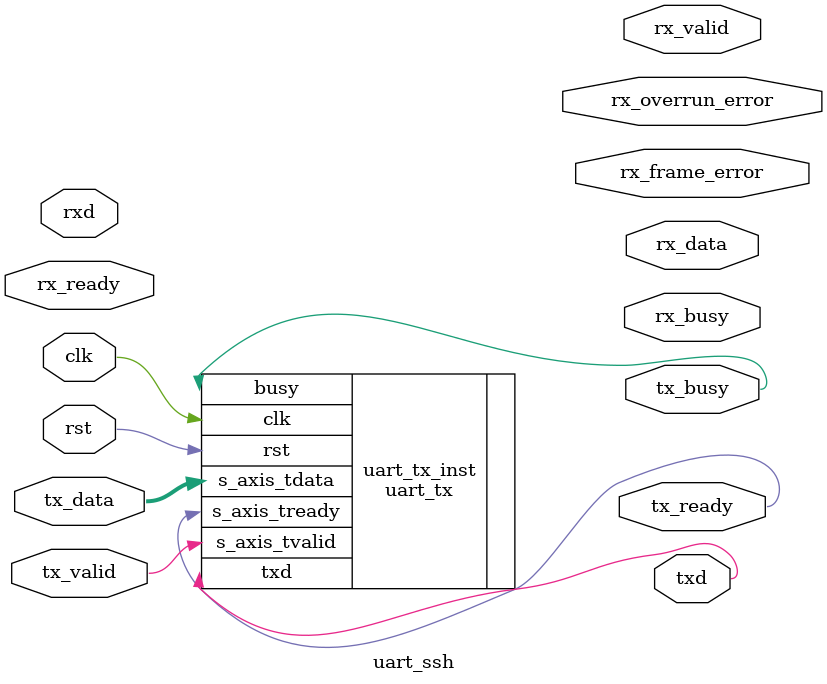
<source format=v>
module uart_ssh #                                                                                                           
(                                                                                                                       
    parameter block_WIDTH = 8,
    parameter CLK_RATE  = 100000000, // board internal clock (def == 100MHz)
    parameter BAUD_RATE = 115200                                                                                              
)                                                                                                                           
(                                                                                                               
    input  wire                   clk,                                                                                  
    input  wire                   rst,                                                                          

    /*                                                                                                  
     * AXI input                                                                                        
     */                                                                                         
    input  wire [block_WIDTH-1:0]  tx_data,                                         
    input  wire                   tx_valid,                                    
    output wire                   tx_ready,

    /*
     * AXI output
     */
    output wire [block_WIDTH-1:0]  rx_data,
    output wire                   rx_valid,
    input  wire                   rx_ready,

    /*
     * UART interface
     */
    input  wire                   rxd,
    output wire                   txd,

    /*
     * Status
     */
    output wire                   tx_busy,
    output wire                   rx_busy,
    output wire                   rx_overrun_error,
    output wire                   rx_frame_error

    /*
     * Configuration
     */
    //input  wire [15:0]            prescale

);
localparam prescale = CLK_RATE / BAUD_RATE;

uart_tx #(
    .block_WIDTH(block_WIDTH)
)
uart_tx_inst (
    .clk(clk),
    .rst(rst),
    // axi input
    .s_axis_tdata(tx_data),
    .s_axis_tvalid(tx_valid),
    .s_axis_tready(tx_ready),
    // output
    .txd(txd),
    // status
    .busy(tx_busy)
    // configuration
    //.prescale(prescale)
);
/*
uart_rx #(
    .block_WIDTH(block_WIDTH)
)
uart_rx_inst (
    .clk(clk),
    .rst(rst),
    // axi output
    .m_axis_tdata(rx_data),
    .m_axis_tvalid(rx_valid),
    .m_axis_tready(rx_ready),
    // input
    .rxd(rxd),
    // status
    .busy(rx_busy),
    .overrun_error(rx_overrun_error),
    .frame_error(rx_frame_error),
    // configuration
    .prescale(prescale)
);
*/
endmodule
</source>
